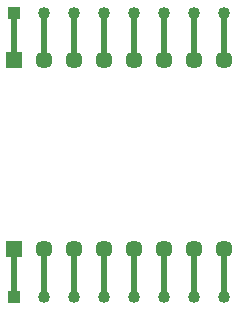
<source format=gtl>
G04 (created by PCBNEW-RS274X (2011-aug-04)-testing) date Tue 12 Feb 2013 03:11:26 PM PST*
G01*
G70*
G90*
%MOIN*%
G04 Gerber Fmt 3.4, Leading zero omitted, Abs format*
%FSLAX34Y34*%
G04 APERTURE LIST*
%ADD10C,0.006000*%
%ADD11C,0.057000*%
%ADD12R,0.057000X0.057000*%
%ADD13C,0.040000*%
%ADD14R,0.040000X0.040000*%
%ADD15C,0.020000*%
G04 APERTURE END LIST*
G54D10*
G54D11*
X23799Y-29449D03*
X24799Y-29449D03*
X25799Y-29449D03*
X26799Y-29449D03*
X27799Y-29449D03*
X28799Y-29449D03*
G54D12*
X22799Y-29449D03*
G54D11*
X29799Y-29449D03*
X23799Y-23150D03*
X24799Y-23150D03*
X25799Y-23150D03*
X26799Y-23150D03*
X27799Y-23150D03*
X28799Y-23150D03*
G54D12*
X22799Y-23150D03*
G54D11*
X29799Y-23150D03*
G54D13*
X25799Y-31024D03*
X24799Y-31024D03*
X23799Y-31024D03*
G54D14*
X22799Y-31024D03*
G54D13*
X26799Y-31024D03*
X27799Y-31024D03*
X28799Y-31024D03*
X29799Y-31024D03*
X25799Y-21575D03*
X24799Y-21575D03*
X23799Y-21575D03*
G54D14*
X22799Y-21575D03*
G54D13*
X26799Y-21575D03*
X27799Y-21575D03*
X28799Y-21575D03*
X29799Y-21575D03*
G54D15*
X22799Y-23150D02*
X22799Y-21575D01*
X23799Y-23150D02*
X23799Y-21575D01*
X24799Y-23150D02*
X24799Y-21575D01*
X25799Y-23150D02*
X25799Y-21575D01*
X26799Y-23150D02*
X26799Y-21575D01*
X27799Y-23150D02*
X27799Y-21575D01*
X28799Y-23150D02*
X28799Y-21575D01*
X29799Y-23150D02*
X29799Y-21575D01*
X22799Y-29449D02*
X22799Y-31024D01*
X23799Y-29449D02*
X23799Y-31024D01*
X24799Y-29449D02*
X24799Y-31024D01*
X25799Y-29449D02*
X25799Y-31024D01*
X26799Y-29449D02*
X26799Y-31024D01*
X27799Y-29449D02*
X27799Y-31024D01*
X28799Y-29449D02*
X28799Y-31024D01*
X29799Y-29449D02*
X29799Y-31024D01*
M02*

</source>
